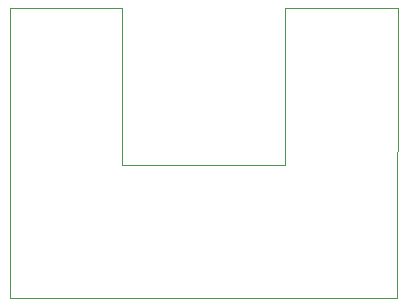
<source format=gbr>
%TF.GenerationSoftware,KiCad,Pcbnew,9.0.0*%
%TF.CreationDate,2025-04-09T13:07:37+02:00*%
%TF.ProjectId,breakoutboard,62726561-6b6f-4757-9462-6f6172642e6b,rev?*%
%TF.SameCoordinates,Original*%
%TF.FileFunction,Profile,NP*%
%FSLAX46Y46*%
G04 Gerber Fmt 4.6, Leading zero omitted, Abs format (unit mm)*
G04 Created by KiCad (PCBNEW 9.0.0) date 2025-04-09 13:07:37*
%MOMM*%
%LPD*%
G01*
G04 APERTURE LIST*
%TA.AperFunction,Profile*%
%ADD10C,0.050000*%
%TD*%
G04 APERTURE END LIST*
D10*
X143100000Y-97700000D02*
X156900000Y-97700000D01*
X156900000Y-84400000D01*
X166458086Y-84400000D01*
X166358108Y-109000000D01*
X133600000Y-109000000D01*
X133600000Y-84400000D01*
X143100000Y-84400000D01*
X143100000Y-97700000D01*
M02*

</source>
